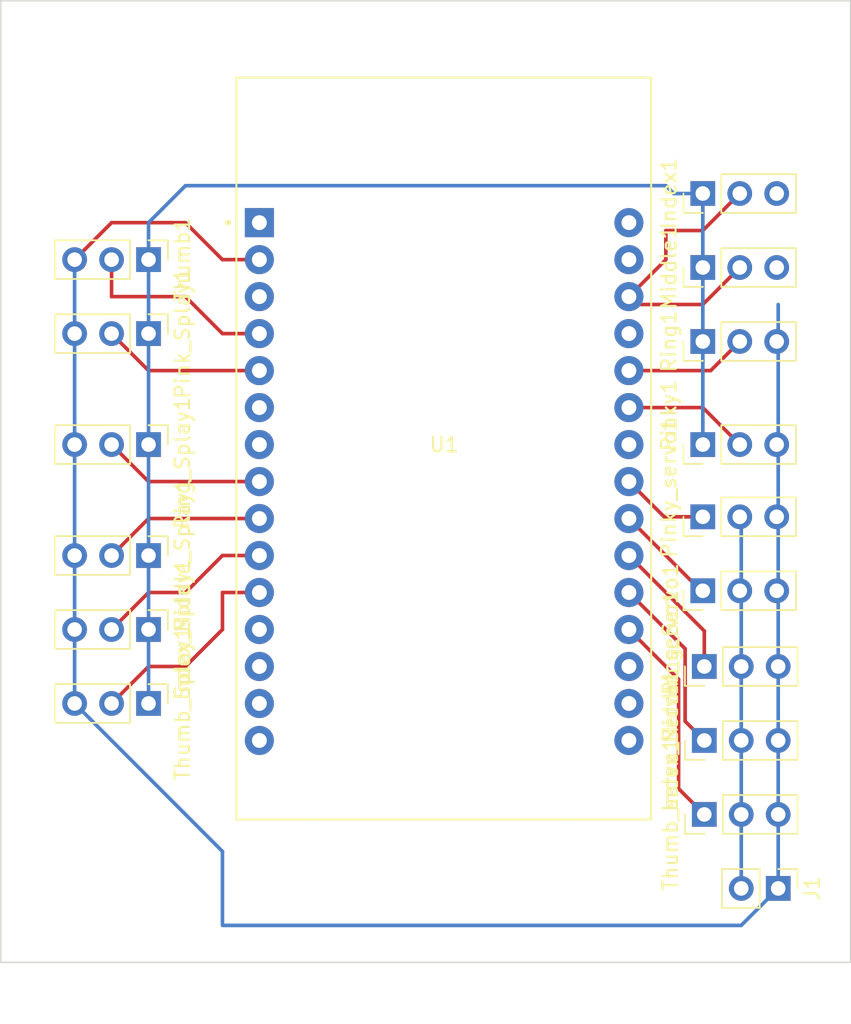
<source format=kicad_pcb>
(kicad_pcb (version 20211014) (generator pcbnew)
  (layers (0 "F.Cu" signal) (31 "B.Cu" signal) (34 "B.Paste" user) (35 "F.Paste" user) (36 "B.SilkS" user "B.Silkscreen") (37 "F.SilkS" user "F.Silkscreen") (38 "B.Mask" user) (39 "F.Mask" user) (44 "Edge.Cuts" user))
  (net 0 "")
  (net 1 "Net-(Index1-Pad1)")
  (net 2 "Net-(Index1-Pad2)")
  (net 3 "GND")
  (net 4 "Net-(Index_Splay1-Pad2)")
  (net 5 "Net-(Index_Servo1-Pad1)")
  (net 6 "Net-(Pinky_servo1-Pad1)")
  (net 7 "Net-(Ring_Servo1-Pad1)")
  (net 8 "Net-(Thumb_servo1-Pad1)")
  (net 9 "Net-(Middle1-Pad2)")
  (net 10 "Net-(Middle_Splay1-Pad2)")
  (net 11 "Net-(Pinky1-Pad2)")
  (net 12 "Net-(Pink_Splay1-Pad2)")
  (net 13 "Net-(Ring1-Pad2)")
  (net 14 "Net-(Thumb1-Pad2)")
  (net 15 "Net-(Thumb_Splay1-Pad2)")
  (net 28 "Net-(Index_Servo1-Pad2)")
  (net 29 "Net-(Middle_servo1-Pad1)")
  (net 30 "Net-(Ring_Splay1-Pad2)")
  (footprint "Connector_PinHeader_2.54mm:PinHeader_1x03_P2.54mm_Vertical" (layer "F.Cu") (at 116.84 116.84 -90)
    (fp_text reference "Index_Splay1" (at 0 -2.33 90) (layer "F.SilkS"))
    (fp_text value "10k Potentiometer")
    (fp_line (start -1.33 1.27) (end 1.33 1.27) (layer "F.SilkS") (width 0.12))
    (fp_line (start -1.33 1.27) (end -1.33 6.41) (layer "F.SilkS") (width 0.12))
    (fp_line (start -1.33 -1.33) (end 0 -1.33) (layer "F.SilkS") (width 0.12))
    (fp_line (start 1.33 1.27) (end 1.33 6.41) (layer "F.SilkS") (width 0.12))
    (fp_line (start -1.33 6.41) (end 1.33 6.41) (layer "F.SilkS") (width 0.12))
    (fp_line (start -1.33 0) (end -1.33 -1.33) (layer "F.SilkS") (width 0.12))
    (pad "1" thru_hole rect (at 0 0 270) (size 1.7 1.7) (drill 1) (layers *.Cu *.Mask) (net 1 "Net-(Index1-Pad1)"))
    (pad "2" thru_hole oval (at 0 2.54 270) (size 1.7 1.7) (drill 1) (layers *.Cu *.Mask) (net 4 "Net-(Index_Splay1-Pad2)"))
    (pad "3" thru_hole oval (at 0 5.08 270) (size 1.7 1.7) (drill 1) (layers *.Cu *.Mask) (net 3 "GND"))
  )
  (footprint "Connector_PinHeader_2.54mm:PinHeader_1x03_P2.54mm_Vertical" (layer "F.Cu") (at 116.84 104.14 -90)
    (fp_text reference "Ring_Splay1" (at 1.27 -2.33 90) (layer "F.SilkS"))
    (fp_text value "10k Potentiometer")
    (fp_line (start -1.33 1.27) (end -1.33 6.41) (layer "F.SilkS") (width 0.12))
    (fp_line (start -1.33 0) (end -1.33 -1.33) (layer "F.SilkS") (width 0.12))
    (fp_line (start -1.33 1.27) (end 1.33 1.27) (layer "F.SilkS") (width 0.12))
    (fp_line (start -1.33 6.41) (end 1.33 6.41) (layer "F.SilkS") (width 0.12))
    (fp_line (start 1.33 1.27) (end 1.33 6.41) (layer "F.SilkS") (width 0.12))
    (fp_line (start -1.33 -1.33) (end 0 -1.33) (layer "F.SilkS") (width 0.12))
    (pad "1" thru_hole rect (at 0 0 270) (size 1.7 1.7) (drill 1) (layers *.Cu *.Mask) (net 1 "Net-(Index1-Pad1)"))
    (pad "2" thru_hole oval (at 0 2.54 270) (size 1.7 1.7) (drill 1) (layers *.Cu *.Mask) (net 30 "Net-(Ring_Splay1-Pad2)"))
    (pad "3" thru_hole oval (at 0 5.08 270) (size 1.7 1.7) (drill 1) (layers *.Cu *.Mask) (net 3 "GND"))
  )
  (footprint "Connector_PinHeader_2.54mm:PinHeader_1x03_P2.54mm_Vertical" (layer "F.Cu") (at 155.0425 129.54 90)
    (fp_text reference "Thumb_servo1" (at 0 -2.33 90) (layer "F.SilkS"))
    (fp_text value "Motor_Servo")
    (fp_line (start -1.33 6.41) (end 1.33 6.41) (layer "F.SilkS") (width 0.12))
    (fp_line (start -1.33 -1.33) (end 0 -1.33) (layer "F.SilkS") (width 0.12))
    (fp_line (start -1.33 0) (end -1.33 -1.33) (layer "F.SilkS") (width 0.12))
    (fp_line (start -1.33 1.27) (end 1.33 1.27) (layer "F.SilkS") (width 0.12))
    (fp_line (start 1.33 1.27) (end 1.33 6.41) (layer "F.SilkS") (width 0.12))
    (fp_line (start -1.33 1.27) (end -1.33 6.41) (layer "F.SilkS") (width 0.12))
    (pad "1" thru_hole rect (at 0 0 90) (size 1.7 1.7) (drill 1) (layers *.Cu *.Mask) (net 8 "Net-(Thumb_servo1-Pad1)"))
    (pad "2" thru_hole oval (at 0 2.54 90) (size 1.7 1.7) (drill 1) (layers *.Cu *.Mask) (net 28 "Net-(Index_Servo1-Pad2)"))
    (pad "3" thru_hole oval (at 0 5.08 90) (size 1.7 1.7) (drill 1) (layers *.Cu *.Mask) (net 3 "GND"))
  )
  (footprint "Connector_PinHeader_2.54mm:PinHeader_1x03_P2.54mm_Vertical" (layer "F.Cu") (at 154.94 109.1 90)
    (fp_text reference "Pinky_servo1" (at 2 -2.33 90) (layer "F.SilkS"))
    (fp_text value "Motor_Servo")
    (fp_line (start -1.33 1.27) (end 1.33 1.27) (layer "F.SilkS") (width 0.12))
    (fp_line (start -1.33 0) (end -1.33 -1.33) (layer "F.SilkS") (width 0.12))
    (fp_line (start -1.33 -1.33) (end 0 -1.33) (layer "F.SilkS") (width 0.12))
    (fp_line (start 1.33 1.27) (end 1.33 6.41) (layer "F.SilkS") (width 0.12))
    (fp_line (start -1.33 1.27) (end -1.33 6.41) (layer "F.SilkS") (width 0.12))
    (fp_line (start -1.33 6.41) (end 1.33 6.41) (layer "F.SilkS") (width 0.12))
    (pad "1" thru_hole rect (at 0 0 90) (size 1.7 1.7) (drill 1) (layers *.Cu *.Mask) (net 6 "Net-(Pinky_servo1-Pad1)"))
    (pad "2" thru_hole oval (at 0 2.54 90) (size 1.7 1.7) (drill 1) (layers *.Cu *.Mask) (net 28 "Net-(Index_Servo1-Pad2)"))
    (pad "3" thru_hole oval (at 0 5.08 90) (size 1.7 1.7) (drill 1) (layers *.Cu *.Mask) (net 3 "GND"))
  )
  (footprint "Connector_PinHeader_2.54mm:PinHeader_1x03_P2.54mm_Vertical" (layer "F.Cu") (at 154.94 104.14 90)
    (fp_text reference "Pinky1" (at 2 -2.33 90) (layer "F.SilkS"))
    (fp_text value "10k Potentiometer")
    (fp_line (start -1.33 -1.33) (end 0 -1.33) (layer "F.SilkS") (width 0.12))
    (fp_line (start -1.33 1.27) (end -1.33 6.41) (layer "F.SilkS") (width 0.12))
    (fp_line (start -1.33 1.27) (end 1.33 1.27) (layer "F.SilkS") (width 0.12))
    (fp_line (start -1.33 0) (end -1.33 -1.33) (layer "F.SilkS") (width 0.12))
    (fp_line (start 1.33 1.27) (end 1.33 6.41) (layer "F.SilkS") (width 0.12))
    (fp_line (start -1.33 6.41) (end 1.33 6.41) (layer "F.SilkS") (width 0.12))
    (pad "1" thru_hole rect (at 0 0 90) (size 1.7 1.7) (drill 1) (layers *.Cu *.Mask) (net 1 "Net-(Index1-Pad1)"))
    (pad "2" thru_hole oval (at 0 2.54 90) (size 1.7 1.7) (drill 1) (layers *.Cu *.Mask) (net 11 "Net-(Pinky1-Pad2)"))
    (pad "3" thru_hole oval (at 0 5.08 90) (size 1.7 1.7) (drill 1) (layers *.Cu *.Mask) (net 3 "GND"))
  )
  (footprint "Connector_PinHeader_2.54mm:PinHeader_1x03_P2.54mm_Vertical" (layer "F.Cu") (at 116.84 111.76 -90)
    (fp_text reference "Middle_Splay1" (at 0 -2.33 90) (layer "F.SilkS"))
    (fp_text value "10k Potentiometer")
    (fp_line (start -1.33 -1.33) (end 0 -1.33) (layer "F.SilkS") (width 0.12))
    (fp_line (start 1.33 1.27) (end 1.33 6.41) (layer "F.SilkS") (width 0.12))
    (fp_line (start -1.33 1.27) (end 1.33 1.27) (layer "F.SilkS") (width 0.12))
    (fp_line (start -1.33 6.41) (end 1.33 6.41) (layer "F.SilkS") (width 0.12))
    (fp_line (start -1.33 1.27) (end -1.33 6.41) (layer "F.SilkS") (width 0.12))
    (fp_line (start -1.33 0) (end -1.33 -1.33) (layer "F.SilkS") (width 0.12))
    (pad "1" thru_hole rect (at 0 0 270) (size 1.7 1.7) (drill 1) (layers *.Cu *.Mask) (net 1 "Net-(Index1-Pad1)"))
    (pad "2" thru_hole oval (at 0 2.54 270) (size 1.7 1.7) (drill 1) (layers *.Cu *.Mask) (net 10 "Net-(Middle_Splay1-Pad2)"))
    (pad "3" thru_hole oval (at 0 5.08 270) (size 1.7 1.7) (drill 1) (layers *.Cu *.Mask) (net 3 "GND"))
  )
  (footprint "Connector_PinHeader_2.54mm:PinHeader_1x03_P2.54mm_Vertical" (layer "F.Cu") (at 155.0425 124.46 90)
    (fp_text reference "Index_Servo1" (at 0 -2.33 90) (layer "F.SilkS"))
    (fp_text value "Motor_Servo")
    (fp_line (start -1.33 1.27) (end 1.33 1.27) (layer "F.SilkS") (width 0.12))
    (fp_line (start 1.33 1.27) (end 1.33 6.41) (layer "F.SilkS") (width 0.12))
    (fp_line (start -1.33 1.27) (end -1.33 6.41) (layer "F.SilkS") (width 0.12))
    (fp_line (start -1.33 6.41) (end 1.33 6.41) (layer "F.SilkS") (width 0.12))
    (fp_line (start -1.33 0) (end -1.33 -1.33) (layer "F.SilkS") (width 0.12))
    (fp_line (start -1.33 -1.33) (end 0 -1.33) (layer "F.SilkS") (width 0.12))
    (pad "1" thru_hole rect (at 0 0 90) (size 1.7 1.7) (drill 1) (layers *.Cu *.Mask) (net 5 "Net-(Index_Servo1-Pad1)"))
    (pad "2" thru_hole oval (at 0 2.54 90) (size 1.7 1.7) (drill 1) (layers *.Cu *.Mask) (net 28 "Net-(Index_Servo1-Pad2)"))
    (pad "3" thru_hole oval (at 0 5.08 90) (size 1.7 1.7) (drill 1) (layers *.Cu *.Mask) (net 3 "GND"))
  )
  (footprint "Connector_PinHeader_2.54mm:PinHeader_1x03_P2.54mm_Vertical" (layer "F.Cu") (at 155.0425 119.38 90)
    (fp_text reference "Middle_servo1" (at 0 -2.33 90) (layer "F.SilkS"))
    (fp_text value "Motor_Servo")
    (fp_line (start 1.33 1.27) (end 1.33 6.41) (layer "F.SilkS") (width 0.12))
    (fp_line (start -1.33 1.27) (end -1.33 6.41) (layer "F.SilkS") (width 0.12))
    (fp_line (start -1.33 1.27) (end 1.33 1.27) (layer "F.SilkS") (width 0.12))
    (fp_line (start -1.33 -1.33) (end 0 -1.33) (layer "F.SilkS") (width 0.12))
    (fp_line (start -1.33 6.41) (end 1.33 6.41) (layer "F.SilkS") (width 0.12))
    (fp_line (start -1.33 0) (end -1.33 -1.33) (layer "F.SilkS") (width 0.12))
    (pad "1" thru_hole rect (at 0 0 90) (size 1.7 1.7) (drill 1) (layers *.Cu *.Mask) (net 29 "Net-(Middle_servo1-Pad1)"))
    (pad "2" thru_hole oval (at 0 2.54 90) (size 1.7 1.7) (drill 1) (layers *.Cu *.Mask) (net 28 "Net-(Index_Servo1-Pad2)"))
    (pad "3" thru_hole oval (at 0 5.08 90) (size 1.7 1.7) (drill 1) (layers *.Cu *.Mask) (net 3 "GND"))
  )
  (footprint "Connector_PinHeader_2.54mm:PinHeader_1x03_P2.54mm_Vertical" (layer "F.Cu") (at 154.94 91.98 90)
    (fp_text reference "Middle1" (at 0 -2.33 90) (layer "F.SilkS"))
    (fp_text value "10k Potentiometer")
    (fp_line (start -1.33 1.27) (end -1.33 6.41) (layer "F.SilkS") (width 0.12))
    (fp_line (start 1.33 1.27) (end 1.33 6.41) (layer "F.SilkS") (width 0.12))
    (fp_line (start -1.33 -1.33) (end 0 -1.33) (layer "F.SilkS") (width 0.12))
    (fp_line (start -1.33 1.27) (end 1.33 1.27) (layer "F.SilkS") (width 0.12))
    (fp_line (start -1.33 0) (end -1.33 -1.33) (layer "F.SilkS") (width 0.12))
    (fp_line (start -1.33 6.41) (end 1.33 6.41) (layer "F.SilkS") (width 0.12))
    (pad "1" thru_hole rect (at 0 0 90) (size 1.7 1.7) (drill 1) (layers *.Cu *.Mask) (net 1 "Net-(Index1-Pad1)"))
    (pad "2" thru_hole oval (at 0 2.54 90) (size 1.7 1.7) (drill 1) (layers *.Cu *.Mask) (net 9 "Net-(Middle1-Pad2)"))
    (pad "3" thru_hole oval (at 0 5.08 90) (size 1.7 1.7) (drill 1) (layers *.Cu *.Mask) (net 3 "GND"))
  )
  (footprint "Connector_PinHeader_2.54mm:PinHeader_1x03_P2.54mm_Vertical" (layer "F.Cu") (at 116.84 121.92 -90)
    (fp_text reference "Thumb_Splay1" (at 0 -2.33 90) (layer "F.SilkS"))
    (fp_text value "10k Potentiometer")
    (fp_line (start 1.33 1.27) (end 1.33 6.41) (layer "F.SilkS") (width 0.12))
    (fp_line (start -1.33 6.41) (end 1.33 6.41) (layer "F.SilkS") (width 0.12))
    (fp_line (start -1.33 1.27) (end 1.33 1.27) (layer "F.SilkS") (width 0.12))
    (fp_line (start -1.33 0) (end -1.33 -1.33) (layer "F.SilkS") (width 0.12))
    (fp_line (start -1.33 1.27) (end -1.33 6.41) (layer "F.SilkS") (width 0.12))
    (fp_line (start -1.33 -1.33) (end 0 -1.33) (layer "F.SilkS") (width 0.12))
    (pad "1" thru_hole rect (at 0 0 270) (size 1.7 1.7) (drill 1) (layers *.Cu *.Mask) (net 1 "Net-(Index1-Pad1)"))
    (pad "2" thru_hole oval (at 0 2.54 270) (size 1.7 1.7) (drill 1) (layers *.Cu *.Mask) (net 15 "Net-(Thumb_Splay1-Pad2)"))
    (pad "3" thru_hole oval (at 0 5.08 270) (size 1.7 1.7) (drill 1) (layers *.Cu *.Mask) (net 3 "GND"))
  )
  (footprint "ESP32-DEVKIT-V1:MODULE_ESP32_DEVKIT_V1" (layer "F.Cu") (at 137.16 104.415)
    (fp_text reference "U1" (at 0 -0.275) (layer "F.SilkS"))
    (fp_text value "ESP32-DEVKIT-V1")
    (fp_line (start 14.23 -25.475) (end 14.23 25.475) (layer "F.SilkS") (width 0.127))
    (fp_line (start -3.211 -25.475) (end 3.5 -25.475) (layer "F.SilkS") (width 0.127))
    (fp_line (start 8.78 25.475) (end 14.23 25.475) (layer "F.SilkS") (width 0.127))
    (fp_line (start -8.91 25.475) (end 8.78 25.475) (layer "F.SilkS") (width 0.127))
    (fp_line (start -14.28 25.475) (end -8.91 25.475) (layer "F.SilkS") (width 0.127))
    (fp_line (start 14.23 25.475) (end -14.28 25.475) (layer "F.SilkS") (width 0.127))
    (fp_line (start -14.28 -25.475) (end -3.211 -25.475) (layer "F.SilkS") (width 0.127))
    (fp_line (start -14.28 -25.475) (end 14.23 -25.475) (layer "F.SilkS") (width 0.127))
    (fp_line (start -14.28 25.475) (end -14.28 -25.475) (layer "F.SilkS") (width 0.127))
    (fp_line (start 14.23 -25.475) (end 14.23 25.475) (layer "F.SilkS") (width 0.127))
    (fp_line (start 3.5 -25.475) (end 14.23 -25.475) (layer "F.SilkS") (width 0.127))
    (fp_line (start -14.28 25.475) (end -14.28 -25.475) (layer "F.SilkS") (width 0.127))
    (fp_circle (center -14.85 -15.515) (end -14.75 -15.515) (layer "F.SilkS") (width 0.2) (fill none))
    (pad "" np_thru_hole circle (at -12.28 -23.475) (size 3 3) (drill 3) (layers *.Cu *.Mask))
    (pad "" np_thru_hole circle (at 12.23 23.475) (size 3 3) (drill 3) (layers *.Cu *.Mask))
    (pad "" np_thru_hole circle (at 12.23 -23.475) (size 3 3) (drill 3) (layers *.Cu *.Mask))
    (pad "" np_thru_hole circle (at -12.28 23.475) (size 3 3) (drill 3) (layers *.Cu *.Mask))
    (pad "1" thru_hole rect (at -12.7 -15.515) (size 2 2) (drill 1.02) (layers *.Cu *.Mask))
    (pad "2" thru_hole circle (at -12.7 -12.975) (size 2 2) (drill 1.02) (layers *.Cu *.Mask) (net 3 "GND"))
    (pad "3" thru_hole circle (at -12.7 -10.435) (size 2 2) (drill 1.02) (layers *.Cu *.Mask))
    (pad "4" thru_hole circle (at -12.7 -7.895) (size 2 2) (drill 1.02) (layers *.Cu *.Mask) (net 14 "Net-(Thumb1-Pad2)"))
    (pad "5" thru_hole circle (at -12.7 -5.355) (size 2 2) (drill 1.02) (layers *.Cu *.Mask) (net 12 "Net-(Pink_Splay1-Pad2)"))
    (pad "6" thru_hole circle (at -12.7 -2.815) (size 2 2) (drill 1.02) (layers *.Cu *.Mask))
    (pad "7" thru_hole circle (at -12.7 -0.275) (size 2 2) (drill 1.02) (layers *.Cu *.Mask))
    (pad "8" thru_hole circle (at -12.7 2.265) (size 2 2) (drill 1.02) (layers *.Cu *.Mask) (net 30 "Net-(Ring_Splay1-Pad2)"))
    (pad "9" thru_hole circle (at -12.7 4.805) (size 2 2) (drill 1.02) (layers *.Cu *.Mask) (net 10 "Net-(Middle_Splay1-Pad2)"))
    (pad "10" thru_hole circle (at -12.7 7.345) (size 2 2) (drill 1.02) (layers *.Cu *.Mask) (net 4 "Net-(Index_Splay1-Pad2)"))
    (pad "11" thru_hole circle (at -12.7 9.885) (size 2 2) (drill 1.02) (layers *.Cu *.Mask) (net 15 "Net-(Thumb_Splay1-Pad2)"))
    (pad "12" thru_hole circle (at -12.7 12.425) (size 2 2) (drill 1.02) (layers *.Cu *.Mask))
    (pad "13" thru_hole circle (at -12.7 14.965) (size 2 2) (drill 1.02) (layers *.Cu *.Mask))
    (pad "14" thru_hole circle (at -12.7 17.505) (size 2 2) (drill 1.02) (layers *.Cu *.Mask))
    (pad "15" thru_hole circle (at -12.7 20.045) (size 2 2) (drill 1.02) (layers *.Cu *.Mask))
    (pad "16" thru_hole circle (at 12.7 20.045) (size 2 2) (drill 1.02) (layers *.Cu *.Mask))
    (pad "17" thru_hole circle (at 12.7 17.505) (size 2 2) (drill 1.02) (layers *.Cu *.Mask))
    (pad "18" thru_hole circle (at 12.7 14.965) (size 2 2) (drill 1.02) (layers *.Cu *.Mask))
    (pad "19" thru_hole circle (at 12.7 12.425) (size 2 2) (drill 1.02) (layers *.Cu *.Mask) (net 8 "Net-(Thumb_servo1-Pad1)"))
    (pad "20" thru_hole circle (at 12.7 9.885) (size 2 2) (drill 1.02) (layers *.Cu *.Mask) (net 5 "Net-(Index_Servo1-Pad1)"))
    (pad "21" thru_hole circle (at 12.7 7.345) (size 2 2) (drill 1.02) (layers *.Cu *.Mask) (net 29 "Net-(Middle_servo1-Pad1)"))
    (pad "22" thru_hole circle (at 12.7 4.805) (size 2 2) (drill 1.02) (layers *.Cu *.Mask) (net 7 "Net-(Ring_Servo1-Pad1)"))
    (pad "23" thru_hole circle (at 12.7 2.265) (size 2 2) (drill 1.02) (layers *.Cu *.Mask) (net 6 "Net-(Pinky_servo1-Pad1)"))
    (pad "24" thru_hole circle (at 12.7 -0.275) (size 2 2) (drill 1.02) (layers *.Cu *.Mask))
    (pad "25" thru_hole circle (at 12.7 -2.815) (size 2 2) (drill 1.02) (layers *.Cu *.Mask) (net 11 "Net-(Pinky1-Pad2)"))
    (pad "26" thru_hole circle (at 12.7 -5.355) (size 2 2) (drill 1.02) (layers *.Cu *.Mask) (net 13 "Net-(Ring1-Pad2)"))
    (pad "27" thru_hole circle (at 12.7 -7.895) (size 2 2) (drill 1.02) (layers *.Cu *.Mask) (net 9 "Net-(Middle1-Pad2)"))
    (pad "28" thru_hole circle (at 12.7 -10.435) (size 2 2) (drill 1.02) (layers *.Cu *.Mask) (net 2 "Net-(Index1-Pad2)"))
    (pad "29" thru_hole circle (at 12.7 -12.975) (size 2 2) (drill 1.02) (layers *.Cu *.Mask) (net 3 "GND"))
    (pad "30" thru_hole circle (at 12.7 -15.515) (size 2 2) (drill 1.02) (layers *.Cu *.Mask) (net 1 "Net-(Index1-Pad1)"))
  )
  (footprint "Connector_PinHeader_2.54mm:PinHeader_1x03_P2.54mm_Vertical" (layer "F.Cu") (at 116.84 91.44 -90)
    (fp_text reference "Thumb1" (at 0 -2.33 90) (layer "F.SilkS"))
    (fp_text value "10k Potentiometer")
    (fp_line (start 1.33 1.27) (end 1.33 6.41) (layer "F.SilkS") (width 0.12))
    (fp_line (start -1.33 -1.33) (end 0 -1.33) (layer "F.SilkS") (width 0.12))
    (fp_line (start -1.33 1.27) (end -1.33 6.41) (layer "F.SilkS") (width 0.12))
    (fp_line (start -1.33 1.27) (end 1.33 1.27) (layer "F.SilkS") (width 0.12))
    (fp_line (start -1.33 0) (end -1.33 -1.33) (layer "F.SilkS") (width 0.12))
    (fp_line (start -1.33 6.41) (end 1.33 6.41) (layer "F.SilkS") (width 0.12))
    (pad "1" thru_hole rect (at 0 0 270) (size 1.7 1.7) (drill 1) (layers *.Cu *.Mask) (net 1 "Net-(Index1-Pad1)"))
    (pad "2" thru_hole oval (at 0 2.54 270) (size 1.7 1.7) (drill 1) (layers *.Cu *.Mask) (net 14 "Net-(Thumb1-Pad2)"))
    (pad "3" thru_hole oval (at 0 5.08 270) (size 1.7 1.7) (drill 1) (layers *.Cu *.Mask) (net 3 "GND"))
  )
  (footprint "Connector_PinHeader_2.54mm:PinHeader_1x03_P2.54mm_Vertical" (layer "F.Cu") (at 154.94 97.06 90)
    (fp_text reference "Ring1" (at 0 -2.33 90) (layer "F.SilkS"))
    (fp_text value "10k Potentiometer")
    (fp_line (start -1.33 1.27) (end -1.33 6.41) (layer "F.SilkS") (width 0.12))
    (fp_line (start -1.33 0) (end -1.33 -1.33) (layer "F.SilkS") (width 0.12))
    (fp_line (start -1.33 1.27) (end 1.33 1.27) (layer "F.SilkS") (width 0.12))
    (fp_line (start 1.33 1.27) (end 1.33 6.41) (layer "F.SilkS") (width 0.12))
    (fp_line (start -1.33 -1.33) (end 0 -1.33) (layer "F.SilkS") (width 0.12))
    (fp_line (start -1.33 6.41) (end 1.33 6.41) (layer "F.SilkS") (width 0.12))
    (pad "1" thru_hole rect (at 0 0 90) (size 1.7 1.7) (drill 1) (layers *.Cu *.Mask) (net 1 "Net-(Index1-Pad1)"))
    (pad "2" thru_hole oval (at 0 2.54 90) (size 1.7 1.7) (drill 1) (layers *.Cu *.Mask) (net 13 "Net-(Ring1-Pad2)"))
    (pad "3" thru_hole oval (at 0 5.08 90) (size 1.7 1.7) (drill 1) (layers *.Cu *.Mask) (net 3 "GND"))
  )
  (footprint "Connector_PinHeader_2.54mm:PinHeader_1x03_P2.54mm_Vertical" (layer "F.Cu") (at 116.84 96.52 -90)
    (fp_text reference "Pink_Splay1" (at 0 -2.33 90) (layer "F.SilkS"))
    (fp_text value "10k Potentiometer")
    (fp_line (start -1.33 1.27) (end -1.33 6.41) (layer "F.SilkS") (width 0.12))
    (fp_line (start -1.33 0) (end -1.33 -1.33) (layer "F.SilkS") (width 0.12))
    (fp_line (start 1.33 1.27) (end 1.33 6.41) (layer "F.SilkS") (width 0.12))
    (fp_line (start -1.33 6.41) (end 1.33 6.41) (layer "F.SilkS") (width 0.12))
    (fp_line (start -1.33 -1.33) (end 0 -1.33) (layer "F.SilkS") (width 0.12))
    (fp_line (start -1.33 1.27) (end 1.33 1.27) (layer "F.SilkS") (width 0.12))
    (pad "1" thru_hole rect (at 0 0 270) (size 1.7 1.7) (drill 1) (layers *.Cu *.Mask) (net 1 "Net-(Index1-Pad1)"))
    (pad "2" thru_hole oval (at 0 2.54 270) (size 1.7 1.7) (drill 1) (layers *.Cu *.Mask) (net 12 "Net-(Pink_Splay1-Pad2)"))
    (pad "3" thru_hole oval (at 0 5.08 270) (size 1.7 1.7) (drill 1) (layers *.Cu *.Mask) (net 3 "GND"))
  )
  (footprint "Connector_PinHeader_2.54mm:PinHeader_1x03_P2.54mm_Vertical" (layer "F.Cu") (at 154.94 114.18 90)
    (fp_text reference "Ring_Servo1" (at -2.66 -2.2275 90) (layer "F.SilkS"))
    (fp_text value "Motor_Servo")
    (fp_line (start -1.33 1.27) (end -1.33 6.41) (layer "F.SilkS") (width 0.12))
    (fp_line (start -1.33 1.27) (end 1.33 1.27) (layer "F.SilkS") (width 0.12))
    (fp_line (start 1.33 1.27) (end 1.33 6.41) (layer "F.SilkS") (width 0.12))
    (fp_line (start -1.33 -1.33) (end 0 -1.33) (layer "F.SilkS") (width 0.12))
    (fp_line (start -1.33 6.41) (end 1.33 6.41) (layer "F.SilkS") (width 0.12))
    (fp_line (start -1.33 0) (end -1.33 -1.33) (layer "F.SilkS") (width 0.12))
    (pad "1" thru_hole rect (at 0 0 90) (size 1.7 1.7) (drill 1) (layers *.Cu *.Mask) (net 7 "Net-(Ring_Servo1-Pad1)"))
    (pad "2" thru_hole oval (at 0 2.54 90) (size 1.7 1.7) (drill 1) (layers *.Cu *.Mask) (net 28 "Net-(Index_Servo1-Pad2)"))
    (pad "3" thru_hole oval (at 0 5.08 90) (size 1.7 1.7) (drill 1) (layers *.Cu *.Mask) (net 3 "GND"))
  )
  (footprint "Connector_PinHeader_2.54mm:PinHeader_1x02_P2.54mm_Vertical" (layer "F.Cu") (at 160.1225 134.62 -90)
    (fp_text reference "J1" (at 0 -2.33 90) (layer "F.SilkS"))
    (fp_text value "Conn_01x02_Male")
    (fp_line (start -1.33 0) (end -1.33 -1.33) (layer "F.SilkS") (width 0.12))
    (fp_line (start -1.33 -1.33) (end 0 -1.33) (layer "F.SilkS") (width 0.12))
    (fp_line (start -1.33 1.27) (end 1.33 1.27) (layer "F.SilkS") (width 0.12))
    (fp_line (start 1.33 1.27) (end 1.33 3.87) (layer "F.SilkS") (width 0.12))
    (fp_line (start -1.33 1.27) (end -1.33 3.87) (layer "F.SilkS") (width 0.12))
    (fp_line (start -1.33 3.87) (end 1.33 3.87) (layer "F.SilkS") (width 0.12))
    (pad "1" thru_hole rect (at 0 0 270) (size 1.7 1.7) (drill 1) (layers *.Cu *.Mask) (net 3 "GND"))
    (pad "2" thru_hole oval (at 0 2.54 270) (size 1.7 1.7) (drill 1) (layers *.Cu *.Mask) (net 28 "Net-(Index_Servo1-Pad2)"))
  )
  (footprint "Connector_PinHeader_2.54mm:PinHeader_1x03_P2.54mm_Vertical" (layer "F.Cu") (at 154.94 86.9 90)
    (fp_text reference "Index1" (at 0 -2.33 90) (layer "F.SilkS"))
    (fp_text value "10k Potentiometer")
    (fp_line (start -1.33 0) (end -1.33 -1.33) (layer "F.SilkS") (width 0.12))
    (fp_line (start 1.33 1.27) (end 1.33 6.41) (layer "F.SilkS") (width 0.12))
    (fp_line (start -1.33 1.27) (end -1.33 6.41) (layer "F.SilkS") (width 0.12))
    (fp_line (start -1.33 1.27) (end 1.33 1.27) (layer "F.SilkS") (width 0.12))
    (fp_line (start -1.33 -1.33) (end 0 -1.33) (layer "F.SilkS") (width 0.12))
    (fp_line (start -1.33 6.41) (end 1.33 6.41) (layer "F.SilkS") (width 0.12))
    (pad "1" thru_hole rect (at 0 0 90) (size 1.7 1.7) (drill 1) (layers *.Cu *.Mask) (net 1 "Net-(Index1-Pad1)"))
    (pad "2" thru_hole oval (at 0 2.54 90) (size 1.7 1.7) (drill 1) (layers *.Cu *.Mask) (net 2 "Net-(Index1-Pad2)"))
    (pad "3" thru_hole oval (at 0 5.08 90) (size 1.7 1.7) (drill 1) (layers *.Cu *.Mask) (net 3 "GND"))
  )
  (gr_poly (pts (xy 165.1 139.7) (xy 106.68 139.7) (xy 106.68 73.66) (xy 165.1 73.66)) (layer "Edge.Cuts") (width 0.1) (fill none))
  (segment (start 116.84 91.44) (end 116.84 88.9) (width 0.25) (layer "B.Cu") (net 1))
  (segment (start 152.94 86.9) (end 154.94 86.9) (width 0.25) (layer "B.Cu") (net 1))
  (segment (start 116.84 88.9) (end 119.38 86.36) (width 0.25) (layer "B.Cu") (net 1))
  (segment (start 152.4 86.36) (end 152.94 86.9) (width 0.25) (layer "B.Cu") (net 1))
  (segment (start 119.38 86.36) (end 152.4 86.36) (width 0.25) (layer "B.Cu") (net 1))
  (segment (start 154.94 86.9) (end 154.94 104.14) (width 0.25) (layer "B.Cu") (net 1))
  (segment (start 116.84 91.44) (end 116.84 121.92) (width 0.25) (layer "B.Cu") (net 1))
  (segment (start 157.48 86.9) (end 154.94 89.44) (width 0.25) (layer "F.Cu") (net 2))
  (segment (start 152.4 91.44) (end 149.86 93.98) (width 0.25) (layer "F.Cu") (net 2))
  (segment (start 157.48 91.98) (end 154.94 94.52) (width 0.25) (layer "F.Cu") (net 2))
  (segment (start 154.94 94.52) (end 149.86 94.52) (width 0.25) (layer "F.Cu") (net 2))
  (segment (start 154.94 89.44) (end 152.4 89.44) (width 0.25) (layer "F.Cu") (net 2))
  (segment (start 152.4 89.44) (end 152.4 91.44) (width 0.25) (layer "F.Cu") (net 2))
  (segment (start 121.92 91.44) (end 124.46 91.44) (width 0.25) (layer "F.Cu") (net 3))
  (segment (start 114.3 88.9) (end 119.38 88.9) (width 0.25) (layer "F.Cu") (net 3))
  (segment (start 111.76 91.44) (end 114.3 88.9) (width 0.25) (layer "F.Cu") (net 3))
  (segment (start 119.38 88.9) (end 121.92 91.44) (width 0.25) (layer "F.Cu") (net 3))
  (segment (start 121.92 132.08) (end 121.92 137.16) (width 0.25) (layer "B.Cu") (net 3))
  (segment (start 122.0225 137.16) (end 157.5825 137.16) (width 0.25) (layer "B.Cu") (net 3))
  (segment (start 160.1225 94.52) (end 160.1225 124.46) (width 0.25) (layer "B.Cu") (net 3))
  (segment (start 111.76 91.44) (end 111.76 121.92) (width 0.25) (layer "B.Cu") (net 3))
  (segment (start 160.1225 124.46) (end 160.1225 134.62) (width 0.25) (layer "B.Cu") (net 3))
  (segment (start 157.5825 137.16) (end 160.1225 134.62) (width 0.25) (layer "B.Cu") (net 3))
  (segment (start 111.76 121.92) (end 121.92 132.08) (width 0.25) (layer "B.Cu") (net 3))
  (segment (start 119.38 114.3) (end 121.92 111.76) (width 0.25) (layer "F.Cu") (net 4))
  (segment (start 121.92 111.76) (end 124.46 111.76) (width 0.25) (layer "F.Cu") (net 4))
  (segment (start 114.3 116.84) (end 116.84 114.3) (width 0.25) (layer "F.Cu") (net 4))
  (segment (start 116.84 114.3) (end 119.38 114.3) (width 0.25) (layer "F.Cu") (net 4))
  (segment (start 153.725528 123.143028) (end 155.0425 124.46) (width 0.25) (layer "F.Cu") (net 5))
  (segment (start 149.86 114.3) (end 153.725528 118.165528) (width 0.25) (layer "F.Cu") (net 5))
  (segment (start 153.725528 118.165528) (end 153.725528 123.143028) (width 0.25) (layer "F.Cu") (net 5))
  (segment (start 149.86 106.68) (end 152.28 109.1) (width 0.25) (layer "F.Cu") (net 6))
  (segment (start 152.28 109.1) (end 154.94 109.1) (width 0.25) (layer "F.Cu") (net 6))
  (segment (start 149.86 109.22) (end 154.82 114.18) (width 0.25) (layer "F.Cu") (net 7))
  (segment (start 154.82 114.18) (end 154.94 114.18) (width 0.25) (layer "F.Cu") (net 7))
  (segment (start 149.86 116.84) (end 153.275528 120.255528) (width 0.25) (layer "F.Cu") (net 8))
  (segment (start 153.275528 120.255528) (end 153.275528 127.773028) (width 0.25) (layer "F.Cu") (net 8))
  (segment (start 153.275528 127.773028) (end 155.0425 129.54) (width 0.25) (layer "F.Cu") (net 8))
  (segment (start 121.92 109.22) (end 124.46 109.22) (width 0.25) (layer "F.Cu") (net 10))
  (segment (start 114.3 111.76) (end 116.84 109.22) (width 0.25) (layer "F.Cu") (net 10))
  (segment (start 116.84 109.22) (end 121.92 109.22) (width 0.25) (layer "F.Cu") (net 10))
  (segment (start 157.48 104.14) (end 154.94 101.6) (width 0.25) (layer "F.Cu") (net 11))
  (segment (start 154.94 101.6) (end 149.86 101.6) (width 0.25) (layer "F.Cu") (net 11))
  (segment (start 116.84 99.06) (end 124.46 99.06) (width 0.25) (layer "F.Cu") (net 12))
  (segment (start 114.3 96.52) (end 116.84 99.06) (width 0.25) (layer "F.Cu") (net 12))
  (segment (start 155.48 99.06) (end 149.86 99.06) (width 0.25) (layer "F.Cu") (net 13))
  (segment (start 157.48 97.06) (end 155.48 99.06) (width 0.25) (layer "F.Cu") (net 13))
  (segment (start 121.92 96.52) (end 124.46 96.52) (width 0.25) (layer "F.Cu") (net 14))
  (segment (start 114.3 91.44) (end 114.3 93.98) (width 0.25) (layer "F.Cu") (net 14))
  (segment (start 119.38 93.98) (end 121.92 96.52) (width 0.25) (layer "F.Cu") (net 14))
  (segment (start 114.3 93.98) (end 119.38 93.98) (width 0.25) (layer "F.Cu") (net 14))
  (segment (start 114.3 121.92) (end 116.84 119.38) (width 0.25) (layer "F.Cu") (net 15))
  (segment (start 119.38 119.38) (end 121.92 116.84) (width 0.25) (layer "F.Cu") (net 15))
  (segment (start 121.92 114.3) (end 124.46 114.3) (width 0.25) (layer "F.Cu") (net 15))
  (segment (start 116.84 119.38) (end 119.38 119.38) (width 0.25) (layer "F.Cu") (net 15))
  (segment (start 121.92 116.84) (end 121.92 114.3) (width 0.25) (layer "F.Cu") (net 15))
  (segment (start 157.5825 109.3225) (end 157.48 109.22) (width 0.25) (layer "B.Cu") (net 28))
  (segment (start 157.5825 134.62) (end 157.5825 109.3225) (width 0.25) (layer "B.Cu") (net 28))
  (segment (start 149.86 111.76) (end 155.0425 116.9425) (width 0.25) (layer "F.Cu") (net 29))
  (segment (start 155.0425 116.9425) (end 155.0425 119.38) (width 0.25) (layer "F.Cu") (net 29))
  (segment (start 114.3 104.14) (end 116.84 106.68) (width 0.25) (layer "F.Cu") (net 30))
  (segment (start 116.84 106.68) (end 124.46 106.68) (width 0.25) (layer "F.Cu") (net 30))
)
</source>
